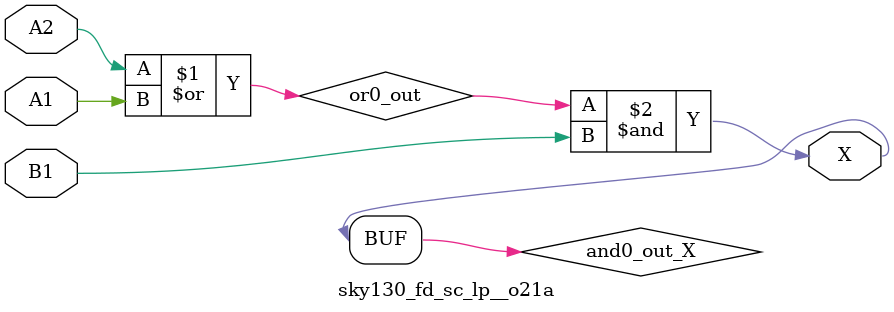
<source format=v>
/*
 * Copyright 2020 The SkyWater PDK Authors
 *
 * Licensed under the Apache License, Version 2.0 (the "License");
 * you may not use this file except in compliance with the License.
 * You may obtain a copy of the License at
 *
 *     https://www.apache.org/licenses/LICENSE-2.0
 *
 * Unless required by applicable law or agreed to in writing, software
 * distributed under the License is distributed on an "AS IS" BASIS,
 * WITHOUT WARRANTIES OR CONDITIONS OF ANY KIND, either express or implied.
 * See the License for the specific language governing permissions and
 * limitations under the License.
 *
 * SPDX-License-Identifier: Apache-2.0
*/


`ifndef SKY130_FD_SC_LP__O21A_FUNCTIONAL_V
`define SKY130_FD_SC_LP__O21A_FUNCTIONAL_V

/**
 * o21a: 2-input OR into first input of 2-input AND.
 *
 *       X = ((A1 | A2) & B1)
 *
 * Verilog simulation functional model.
 */

`timescale 1ns / 1ps
`default_nettype none

`celldefine
module sky130_fd_sc_lp__o21a (
    X ,
    A1,
    A2,
    B1
);

    // Module ports
    output X ;
    input  A1;
    input  A2;
    input  B1;

    // Local signals
    wire or0_out   ;
    wire and0_out_X;

    //  Name  Output      Other arguments
    or  or0  (or0_out   , A2, A1         );
    and and0 (and0_out_X, or0_out, B1    );
    buf buf0 (X         , and0_out_X     );

endmodule
`endcelldefine

`default_nettype wire
`endif  // SKY130_FD_SC_LP__O21A_FUNCTIONAL_V

</source>
